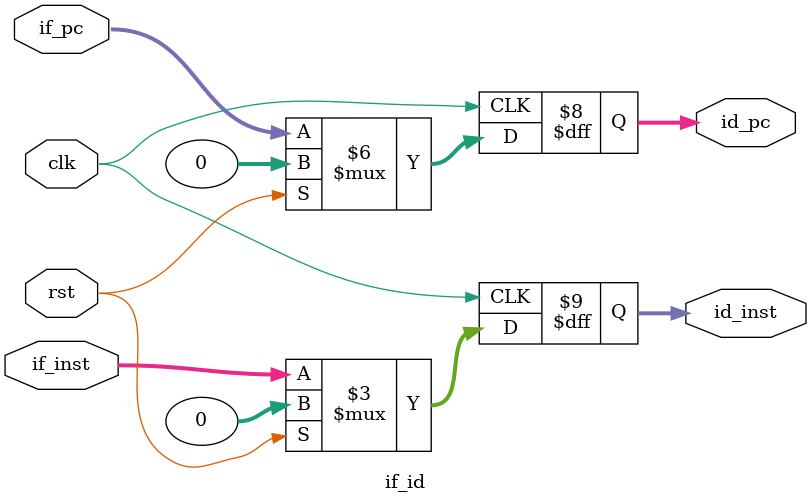
<source format=v>

module if_id(
    input    rst,
    input    clk,
    input    wire[31:0]      if_pc,
    input    wire[31:0]      if_inst,
    output   reg[31:0]      id_pc,
    output   reg[31:0]      id_inst

);

always @ ( posedge clk) begin
    if(rst) begin
        id_pc   <= 32'h0;
        id_inst <= 32'h0;
    end
    else begin
        id_pc   <= if_pc;
        id_inst <= if_inst;
    end
 end

endmodule
</source>
